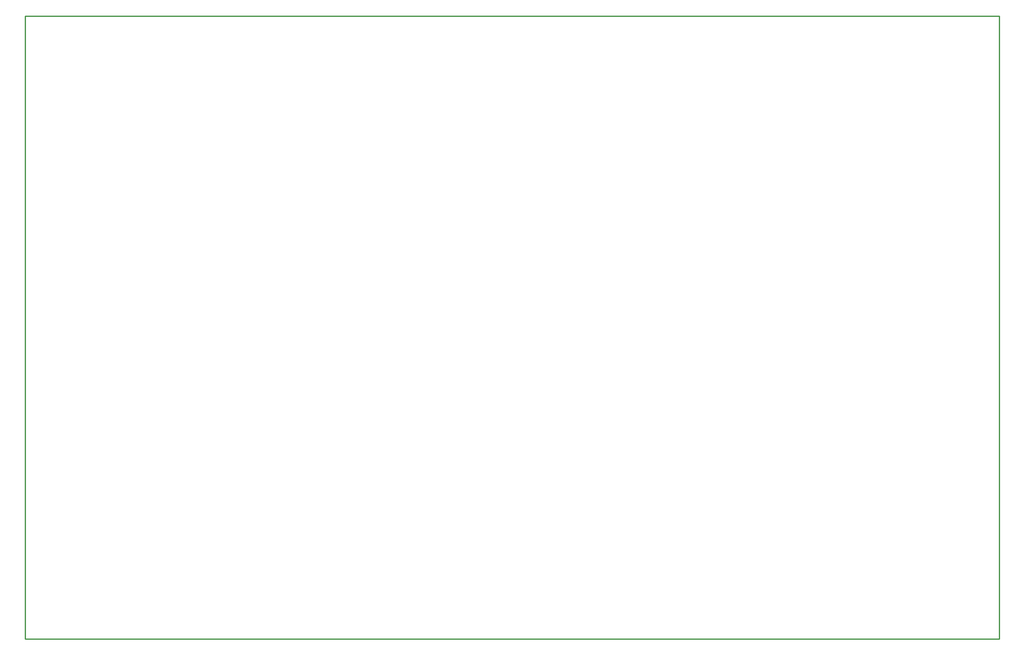
<source format=gko>
G04 ---------------------------- Layer name :KeepOutLayer*
G04 EasyEDA v5.8.22, Tue, 04 Dec 2018 11:43:46 GMT*
G04 7e299c6323ff4f129420c85f7de63bec*
G04 Gerber Generator version 0.2*
G04 Scale: 100 percent, Rotated: No, Reflected: No *
G04 Dimensions in millimeters *
G04 leading zeros omitted , absolute positions ,3 integer and 3 decimal *
%FSLAX33Y33*%
%MOMM*%
G90*
G71D02*

%ADD10C,0.254000*%
G54D10*
G01X199999Y0D02*
G01X199999Y127998D01*
G01X0Y127998D01*
G01X0Y0D01*
G01X199999Y0D01*

%LPD*%
M00*
M02*

</source>
